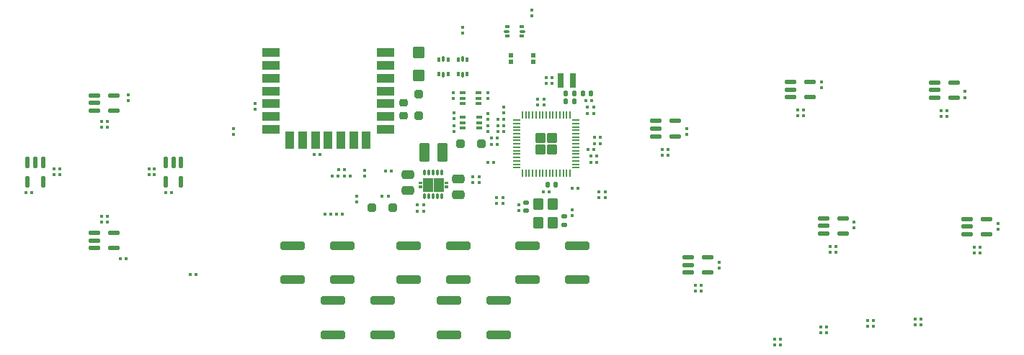
<source format=gbr>
%TF.GenerationSoftware,KiCad,Pcbnew,9.0.6-rc2*%
%TF.CreationDate,2025-11-20T00:57:41-08:00*%
%TF.ProjectId,LatteJr_Main_Board,4c617474-654a-4725-9f4d-61696e5f426f,rev?*%
%TF.SameCoordinates,Original*%
%TF.FileFunction,Paste,Top*%
%TF.FilePolarity,Positive*%
%FSLAX46Y46*%
G04 Gerber Fmt 4.6, Leading zero omitted, Abs format (unit mm)*
G04 Created by KiCad (PCBNEW 9.0.6-rc2) date 2025-11-20 00:57:41*
%MOMM*%
%LPD*%
G01*
G04 APERTURE LIST*
G04 Aperture macros list*
%AMRoundRect*
0 Rectangle with rounded corners*
0 $1 Rounding radius*
0 $2 $3 $4 $5 $6 $7 $8 $9 X,Y pos of 4 corners*
0 Add a 4 corners polygon primitive as box body*
4,1,4,$2,$3,$4,$5,$6,$7,$8,$9,$2,$3,0*
0 Add four circle primitives for the rounded corners*
1,1,$1+$1,$2,$3*
1,1,$1+$1,$4,$5*
1,1,$1+$1,$6,$7*
1,1,$1+$1,$8,$9*
0 Add four rect primitives between the rounded corners*
20,1,$1+$1,$2,$3,$4,$5,0*
20,1,$1+$1,$4,$5,$6,$7,0*
20,1,$1+$1,$6,$7,$8,$9,0*
20,1,$1+$1,$8,$9,$2,$3,0*%
%AMFreePoly0*
4,1,18,-0.437500,0.050000,-0.433694,0.069134,-0.422855,0.085355,-0.406634,0.096194,-0.387500,0.100000,0.387500,0.100000,0.437500,0.050000,0.437500,-0.050000,0.433694,-0.069134,0.422855,-0.085355,0.406634,-0.096194,0.387500,-0.100000,-0.387500,-0.100000,-0.406634,-0.096194,-0.422855,-0.085355,-0.433694,-0.069134,-0.437500,-0.050000,-0.437500,0.050000,-0.437500,0.050000,$1*%
%AMFreePoly1*
4,1,18,-0.437500,0.050000,-0.433694,0.069134,-0.422855,0.085355,-0.406634,0.096194,-0.387500,0.100000,0.387500,0.100000,0.406634,0.096194,0.422855,0.085355,0.433694,0.069134,0.437500,0.050000,0.437500,-0.050000,0.387500,-0.100000,-0.387500,-0.100000,-0.406634,-0.096194,-0.422855,-0.085355,-0.433694,-0.069134,-0.437500,-0.050000,-0.437500,0.050000,-0.437500,0.050000,$1*%
%AMFreePoly2*
4,1,18,-0.100000,0.387500,-0.050000,0.437500,0.050000,0.437500,0.069134,0.433694,0.085355,0.422855,0.096194,0.406634,0.100000,0.387500,0.100000,-0.387500,0.096194,-0.406634,0.085355,-0.422855,0.069134,-0.433694,0.050000,-0.437500,-0.050000,-0.437500,-0.069134,-0.433694,-0.085355,-0.422855,-0.096194,-0.406634,-0.100000,-0.387500,-0.100000,0.387500,-0.100000,0.387500,$1*%
%AMFreePoly3*
4,1,18,-0.100000,0.387500,-0.096194,0.406634,-0.085355,0.422855,-0.069134,0.433694,-0.050000,0.437500,0.050000,0.437500,0.100000,0.387500,0.100000,-0.387500,0.096194,-0.406634,0.085355,-0.422855,0.069134,-0.433694,0.050000,-0.437500,-0.050000,-0.437500,-0.069134,-0.433694,-0.085355,-0.422855,-0.096194,-0.406634,-0.100000,-0.387500,-0.100000,0.387500,-0.100000,0.387500,$1*%
%AMFreePoly4*
4,1,18,-0.437500,0.050000,-0.433694,0.069134,-0.422855,0.085355,-0.406634,0.096194,-0.387500,0.100000,0.387500,0.100000,0.406634,0.096194,0.422855,0.085355,0.433694,0.069134,0.437500,0.050000,0.437500,-0.050000,0.433694,-0.069134,0.422855,-0.085355,0.406634,-0.096194,0.387500,-0.100000,-0.387500,-0.100000,-0.437500,-0.050000,-0.437500,0.050000,-0.437500,0.050000,$1*%
%AMFreePoly5*
4,1,18,-0.437500,0.050000,-0.387500,0.100000,0.387500,0.100000,0.406634,0.096194,0.422855,0.085355,0.433694,0.069134,0.437500,0.050000,0.437500,-0.050000,0.433694,-0.069134,0.422855,-0.085355,0.406634,-0.096194,0.387500,-0.100000,-0.387500,-0.100000,-0.406634,-0.096194,-0.422855,-0.085355,-0.433694,-0.069134,-0.437500,-0.050000,-0.437500,0.050000,-0.437500,0.050000,$1*%
%AMFreePoly6*
4,1,18,-0.100000,0.387500,-0.096194,0.406634,-0.085355,0.422855,-0.069134,0.433694,-0.050000,0.437500,0.050000,0.437500,0.069134,0.433694,0.085355,0.422855,0.096194,0.406634,0.100000,0.387500,0.100000,-0.387500,0.050000,-0.437500,-0.050000,-0.437500,-0.069134,-0.433694,-0.085355,-0.422855,-0.096194,-0.406634,-0.100000,-0.387500,-0.100000,0.387500,-0.100000,0.387500,$1*%
%AMFreePoly7*
4,1,18,-0.100000,0.387500,-0.096194,0.406634,-0.085355,0.422855,-0.069134,0.433694,-0.050000,0.437500,0.050000,0.437500,0.069134,0.433694,0.085355,0.422855,0.096194,0.406634,0.100000,0.387500,0.100000,-0.387500,0.096194,-0.406634,0.085355,-0.422855,0.069134,-0.433694,0.050000,-0.437500,-0.050000,-0.437500,-0.100000,-0.387500,-0.100000,0.387500,-0.100000,0.387500,$1*%
G04 Aperture macros list end*
%ADD10C,0.010000*%
%ADD11RoundRect,0.137500X-0.137500X0.525000X-0.137500X-0.525000X0.137500X-0.525000X0.137500X0.525000X0*%
%ADD12RoundRect,0.093750X0.093750X-0.156250X0.093750X0.156250X-0.093750X0.156250X-0.093750X-0.156250X0*%
%ADD13RoundRect,0.075000X0.075000X-0.250000X0.075000X0.250000X-0.075000X0.250000X-0.075000X-0.250000X0*%
%ADD14R,0.370000X0.370000*%
%ADD15RoundRect,0.079500X0.100500X-0.079500X0.100500X0.079500X-0.100500X0.079500X-0.100500X-0.079500X0*%
%ADD16RoundRect,0.079500X-0.079500X-0.100500X0.079500X-0.100500X0.079500X0.100500X-0.079500X0.100500X0*%
%ADD17RoundRect,0.218750X-0.256250X0.218750X-0.256250X-0.218750X0.256250X-0.218750X0.256250X0.218750X0*%
%ADD18RoundRect,0.137500X-0.525000X-0.137500X0.525000X-0.137500X0.525000X0.137500X-0.525000X0.137500X0*%
%ADD19RoundRect,0.079500X-0.100500X0.079500X-0.100500X-0.079500X0.100500X-0.079500X0.100500X0.079500X0*%
%ADD20RoundRect,0.079500X0.079500X0.100500X-0.079500X0.100500X-0.079500X-0.100500X0.079500X-0.100500X0*%
%ADD21RoundRect,0.140000X-0.140000X-0.170000X0.140000X-0.170000X0.140000X0.170000X-0.140000X0.170000X0*%
%ADD22RoundRect,0.250000X-0.375000X-0.850000X0.375000X-0.850000X0.375000X0.850000X-0.375000X0.850000X0*%
%ADD23RoundRect,0.250000X0.445000X-0.457500X0.445000X0.457500X-0.445000X0.457500X-0.445000X-0.457500X0*%
%ADD24RoundRect,0.250000X0.250000X-0.250000X0.250000X0.250000X-0.250000X0.250000X-0.250000X-0.250000X0*%
%ADD25R,2.000000X1.000000*%
%ADD26R,1.000000X2.000000*%
%ADD27RoundRect,0.150000X1.250000X0.350000X-1.250000X0.350000X-1.250000X-0.350000X1.250000X-0.350000X0*%
%ADD28R,0.700000X1.700000*%
%ADD29R,0.550000X0.500000*%
%ADD30RoundRect,0.140000X0.140000X0.170000X-0.140000X0.170000X-0.140000X-0.170000X0.140000X-0.170000X0*%
%ADD31RoundRect,0.007200X-0.112800X0.292800X-0.112800X-0.292800X0.112800X-0.292800X0.112800X0.292800X0*%
%ADD32RoundRect,0.093750X0.156250X0.093750X-0.156250X0.093750X-0.156250X-0.093750X0.156250X-0.093750X0*%
%ADD33RoundRect,0.075000X0.250000X0.075000X-0.250000X0.075000X-0.250000X-0.075000X0.250000X-0.075000X0*%
%ADD34RoundRect,0.250000X-0.350000X0.450000X-0.350000X-0.450000X0.350000X-0.450000X0.350000X0.450000X0*%
%ADD35RoundRect,0.250000X-0.250000X-0.250000X0.250000X-0.250000X0.250000X0.250000X-0.250000X0.250000X0*%
%ADD36RoundRect,0.140000X-0.170000X0.140000X-0.170000X-0.140000X0.170000X-0.140000X0.170000X0.140000X0*%
%ADD37RoundRect,0.100000X0.225000X0.100000X-0.225000X0.100000X-0.225000X-0.100000X0.225000X-0.100000X0*%
%ADD38RoundRect,0.140000X0.170000X-0.140000X0.170000X0.140000X-0.170000X0.140000X-0.170000X-0.140000X0*%
%ADD39RoundRect,0.250000X0.475000X-0.250000X0.475000X0.250000X-0.475000X0.250000X-0.475000X-0.250000X0*%
%ADD40RoundRect,0.250000X-0.350000X-0.350000X0.350000X-0.350000X0.350000X0.350000X-0.350000X0.350000X0*%
%ADD41FreePoly0,0.000000*%
%ADD42RoundRect,0.050000X-0.387500X-0.050000X0.387500X-0.050000X0.387500X0.050000X-0.387500X0.050000X0*%
%ADD43FreePoly1,0.000000*%
%ADD44FreePoly2,0.000000*%
%ADD45RoundRect,0.050000X-0.050000X-0.387500X0.050000X-0.387500X0.050000X0.387500X-0.050000X0.387500X0*%
%ADD46FreePoly3,0.000000*%
%ADD47FreePoly4,0.000000*%
%ADD48FreePoly5,0.000000*%
%ADD49FreePoly6,0.000000*%
%ADD50FreePoly7,0.000000*%
G04 APERTURE END LIST*
D10*
%TO.C,U4*%
X86495399Y-45659610D02*
X86495399Y-45909610D01*
X86155399Y-45909610D01*
X86155399Y-45659609D01*
X86495399Y-45659610D01*
G36*
X86495399Y-45659610D02*
G01*
X86495399Y-45909610D01*
X86155399Y-45909610D01*
X86155399Y-45659609D01*
X86495399Y-45659610D01*
G37*
X86495399Y-46409610D02*
X86155399Y-46409611D01*
X86155399Y-46159610D01*
X86495399Y-46159610D01*
X86495399Y-46409610D01*
G36*
X86495399Y-46409610D02*
G01*
X86155399Y-46409611D01*
X86155399Y-46159610D01*
X86495399Y-46159610D01*
X86495399Y-46409610D01*
G37*
X87755399Y-46784610D02*
X86695399Y-46784610D01*
X86695399Y-45284610D01*
X87755399Y-45284610D01*
X87755399Y-46784610D01*
G36*
X87755399Y-46784610D02*
G01*
X86695399Y-46784610D01*
X86695399Y-45284610D01*
X87755399Y-45284610D01*
X87755399Y-46784610D01*
G37*
X89015399Y-46784610D02*
X87955399Y-46784610D01*
X87955399Y-45284610D01*
X89015399Y-45284610D01*
X89015399Y-46784610D01*
G36*
X89015399Y-46784610D02*
G01*
X87955399Y-46784610D01*
X87955399Y-45284610D01*
X89015399Y-45284610D01*
X89015399Y-46784610D01*
G37*
X89555399Y-45909610D02*
X89215399Y-45909610D01*
X89215399Y-45659610D01*
X89555399Y-45659609D01*
X89555399Y-45909610D01*
G36*
X89555399Y-45909610D02*
G01*
X89215399Y-45909610D01*
X89215399Y-45659610D01*
X89555399Y-45659609D01*
X89555399Y-45909610D01*
G37*
X89555399Y-46409611D02*
X89215399Y-46409610D01*
X89215399Y-46159610D01*
X89555399Y-46159610D01*
X89555399Y-46409611D01*
G36*
X89555399Y-46409611D02*
G01*
X89215399Y-46409610D01*
X89215399Y-46159610D01*
X89555399Y-46159610D01*
X89555399Y-46409611D01*
G37*
%TD*%
D11*
%TO.C,U12*%
X40225406Y-45660364D03*
X42025406Y-45660364D03*
X42025406Y-43385364D03*
X41125406Y-43385364D03*
X40225406Y-43385364D03*
%TD*%
%TO.C,U14*%
X56441185Y-45660364D03*
X58241185Y-45660364D03*
X58241185Y-43385364D03*
X57341185Y-43385364D03*
X56441185Y-43385364D03*
%TD*%
D12*
%TO.C,U7*%
X88514900Y-33006400D03*
D13*
X89052400Y-33081400D03*
D12*
X89589900Y-33006400D03*
X89589900Y-31306400D03*
D13*
X89052400Y-31231400D03*
D12*
X88514900Y-31306400D03*
%TD*%
D14*
%TO.C,RGB13*%
X138942305Y-62710883D03*
X139612305Y-62710883D03*
X139612305Y-62040883D03*
X138942305Y-62040883D03*
%TD*%
%TO.C,RGB14*%
X144522504Y-62569210D03*
X145192504Y-62569210D03*
X145192504Y-61899210D03*
X144522504Y-61899210D03*
%TD*%
D15*
%TO.C,R33*%
X94297098Y-35887098D03*
X94297098Y-35197098D03*
%TD*%
D16*
%TO.C,C15*%
X106004800Y-36906200D03*
X106694800Y-36906200D03*
%TD*%
D17*
%TO.C,L2*%
X84378800Y-36347299D03*
X84378800Y-37922301D03*
%TD*%
D18*
%TO.C,U11*%
X116280175Y-40344746D03*
X116280175Y-38544746D03*
X114005175Y-38544746D03*
X114005175Y-39444746D03*
X114005175Y-40344746D03*
%TD*%
D16*
%TO.C,R30*%
X86029899Y-48405210D03*
X86719899Y-48405210D03*
%TD*%
D19*
%TO.C,C17*%
X97891600Y-48372200D03*
X97891600Y-49062200D03*
%TD*%
D20*
%TO.C,C32*%
X51754600Y-54762400D03*
X51064600Y-54762400D03*
%TD*%
D21*
%TO.C,C1*%
X103465300Y-36220400D03*
X104425300Y-36220400D03*
%TD*%
D20*
%TO.C,R1*%
X106449300Y-36144200D03*
X105759300Y-36144200D03*
%TD*%
D18*
%TO.C,U16*%
X152899592Y-51862961D03*
X152899592Y-50062961D03*
X150624592Y-50062961D03*
X150624592Y-50962961D03*
X150624592Y-51862961D03*
%TD*%
D16*
%TO.C,R29*%
X75956600Y-45057400D03*
X76646600Y-45057400D03*
%TD*%
D15*
%TO.C,C12*%
X100152200Y-36641600D03*
X100152200Y-35951600D03*
%TD*%
%TO.C,C35*%
X154228800Y-51297400D03*
X154228800Y-50607400D03*
%TD*%
%TO.C,C28*%
X121437400Y-55844000D03*
X121437400Y-55154000D03*
%TD*%
D14*
%TO.C,RGB4*%
X54456185Y-44857864D03*
X55126185Y-44857864D03*
X55126185Y-44187864D03*
X54456185Y-44187864D03*
%TD*%
D21*
%TO.C,C2*%
X103465300Y-35306000D03*
X104425300Y-35306000D03*
%TD*%
D20*
%TO.C,R24*%
X78119800Y-45057399D03*
X77429800Y-45057399D03*
%TD*%
D22*
%TO.C,L3*%
X86798499Y-42233010D03*
X88948499Y-42233010D03*
%TD*%
D18*
%TO.C,U2*%
X136000737Y-51803183D03*
X136000737Y-50003183D03*
X133725737Y-50003183D03*
X133725737Y-50903183D03*
X133725737Y-51803183D03*
%TD*%
D14*
%TO.C,RGB3*%
X48898296Y-50415754D03*
X49568296Y-50415754D03*
X49568296Y-49745754D03*
X48898296Y-49745754D03*
%TD*%
D18*
%TO.C,U9*%
X120133166Y-56407211D03*
X120133166Y-54607211D03*
X117858166Y-54607211D03*
X117858166Y-55507211D03*
X117858166Y-56407211D03*
%TD*%
D23*
%TO.C,C24*%
X86131400Y-33178700D03*
X86131400Y-30473700D03*
%TD*%
D24*
%TO.C,D1*%
X86156800Y-37871400D03*
X86156800Y-35371402D03*
%TD*%
D20*
%TO.C,R10*%
X95391800Y-41300400D03*
X94701800Y-41300400D03*
%TD*%
D25*
%TO.C,P1*%
X68767000Y-30492400D03*
X68767000Y-31992400D03*
X68767000Y-33492400D03*
X68767000Y-34992400D03*
X68767000Y-36492400D03*
X68767000Y-37992400D03*
X68767000Y-39492400D03*
D26*
X71017000Y-40792400D03*
X72517000Y-40792400D03*
X74017000Y-40792400D03*
X75517000Y-40792400D03*
X77017000Y-40792400D03*
X78517000Y-40792400D03*
X80017000Y-40792400D03*
D25*
X82267000Y-39492400D03*
X82267000Y-37992400D03*
X82267000Y-36492400D03*
X82267000Y-34992400D03*
X82267000Y-33492400D03*
X82267000Y-31992400D03*
X82267000Y-30492400D03*
%TD*%
D20*
%TO.C,C20*%
X75808401Y-49532200D03*
X75118401Y-49532200D03*
%TD*%
D16*
%TO.C,R19*%
X106385800Y-43408600D03*
X107075800Y-43408600D03*
%TD*%
%TO.C,C33*%
X56398600Y-46990000D03*
X57088600Y-46990000D03*
%TD*%
D20*
%TO.C,C21*%
X77205400Y-49530000D03*
X76515400Y-49530000D03*
%TD*%
D27*
%TO.C,SW6*%
X90776272Y-57200886D03*
X84976272Y-57200886D03*
X90776272Y-53200886D03*
X84976272Y-53200886D03*
%TD*%
D18*
%TO.C,U13*%
X50370796Y-53530754D03*
X50370796Y-51730754D03*
X48095796Y-51730754D03*
X48095796Y-52630754D03*
X48095796Y-53530754D03*
%TD*%
D15*
%TO.C,R21*%
X64414400Y-40096000D03*
X64414400Y-39406000D03*
%TD*%
D14*
%TO.C,RGB7*%
X147574101Y-37985498D03*
X148244101Y-37985498D03*
X148244101Y-37315498D03*
X147574101Y-37315498D03*
%TD*%
D20*
%TO.C,R11*%
X59984200Y-56591200D03*
X59294200Y-56591200D03*
%TD*%
D15*
%TO.C,C30*%
X117678200Y-40121400D03*
X117678200Y-39431400D03*
%TD*%
D28*
%TO.C,L1*%
X102836300Y-33756600D03*
X104236300Y-33756600D03*
%TD*%
D29*
%TO.C,SW9*%
X96998400Y-30791200D03*
X96998400Y-31591200D03*
X99648400Y-30791200D03*
X99648400Y-31591200D03*
%TD*%
D15*
%TO.C,C29*%
X133451600Y-34609600D03*
X133451600Y-33919600D03*
%TD*%
D16*
%TO.C,R2*%
X100780900Y-46887200D03*
X101470900Y-46887200D03*
%TD*%
%TO.C,R18*%
X106385800Y-42672000D03*
X107075800Y-42672000D03*
%TD*%
D15*
%TO.C,C18*%
X137337800Y-51155200D03*
X137337800Y-50465200D03*
%TD*%
D30*
%TO.C,C6*%
X106381100Y-35280600D03*
X105421100Y-35280600D03*
%TD*%
D31*
%TO.C,U4*%
X88855399Y-44634610D03*
X88355399Y-44634610D03*
X87855399Y-44634611D03*
X87355399Y-44634610D03*
X86855399Y-44634610D03*
X86855399Y-47434610D03*
X87355399Y-47434610D03*
X87855399Y-47434609D03*
X88355399Y-47434610D03*
X88855399Y-47434610D03*
%TD*%
D27*
%TO.C,SW2*%
X104776272Y-57200886D03*
X98976272Y-57200886D03*
X104776272Y-53200886D03*
X98976272Y-53200886D03*
%TD*%
D14*
%TO.C,RGB9*%
X134528237Y-53988183D03*
X135198237Y-53988183D03*
X135198237Y-53318183D03*
X134528237Y-53318183D03*
%TD*%
D19*
%TO.C,R5*%
X78867000Y-47407000D03*
X78867000Y-48097000D03*
%TD*%
D15*
%TO.C,C34*%
X150368000Y-35752600D03*
X150368000Y-35062600D03*
%TD*%
%TO.C,R34*%
X90273699Y-38285101D03*
X90273699Y-37595101D03*
%TD*%
D18*
%TO.C,U3*%
X48095796Y-37314975D03*
X48095796Y-36414975D03*
X48095796Y-35514975D03*
X50370796Y-35514975D03*
X50370796Y-37314975D03*
%TD*%
D14*
%TO.C,RGB6*%
X130675247Y-37925718D03*
X131345247Y-37925718D03*
X131345247Y-37255718D03*
X130675247Y-37255718D03*
%TD*%
D16*
%TO.C,C14*%
X106004800Y-37642800D03*
X106694800Y-37642800D03*
%TD*%
D20*
%TO.C,R22*%
X96185400Y-39065200D03*
X95495400Y-39065200D03*
%TD*%
D27*
%TO.C,SW5*%
X77151271Y-57200886D03*
X71351271Y-57200886D03*
X77151271Y-53200886D03*
X71351271Y-53200886D03*
%TD*%
D16*
%TO.C,C26*%
X86029899Y-49167210D03*
X86719899Y-49167210D03*
%TD*%
%TO.C,C22*%
X82233601Y-44453200D03*
X82923601Y-44453200D03*
%TD*%
D32*
%TO.C,U6*%
X98259000Y-28502000D03*
D33*
X98334000Y-27964500D03*
D32*
X98259000Y-27427000D03*
X96559000Y-27427000D03*
D33*
X96484000Y-27964500D03*
D32*
X96559000Y-28502000D03*
%TD*%
D15*
%TO.C,R31*%
X94312298Y-38335900D03*
X94312298Y-37645900D03*
%TD*%
D34*
%TO.C,Y1*%
X100174300Y-48301800D03*
X100174300Y-50501800D03*
X101874300Y-50501800D03*
X101874300Y-48301800D03*
%TD*%
D35*
%TO.C,D3*%
X91053600Y-41198800D03*
X93553600Y-41198800D03*
%TD*%
D20*
%TO.C,C9*%
X94934600Y-43408600D03*
X94244600Y-43408600D03*
%TD*%
D19*
%TO.C,R17*%
X108077000Y-46883800D03*
X108077000Y-47573800D03*
%TD*%
%TO.C,R6*%
X101151300Y-33386200D03*
X101151300Y-34076200D03*
%TD*%
D14*
%TO.C,RGB11*%
X128019171Y-64924156D03*
X128689171Y-64924156D03*
X128689171Y-64254156D03*
X128019171Y-64254156D03*
%TD*%
D36*
%TO.C,C3*%
X98763700Y-48116800D03*
X98763700Y-49076800D03*
%TD*%
D27*
%TO.C,SW8*%
X95526272Y-63700886D03*
X89726272Y-63700886D03*
X95526272Y-59700886D03*
X89726272Y-59700886D03*
%TD*%
D16*
%TO.C,C31*%
X39990200Y-46990000D03*
X40680200Y-46990000D03*
%TD*%
D19*
%TO.C,R15*%
X95275400Y-47559400D03*
X95275400Y-48249400D03*
%TD*%
D15*
%TO.C,C13*%
X100914200Y-36641600D03*
X100914200Y-35951600D03*
%TD*%
D14*
%TO.C,RGB10*%
X118660666Y-58592211D03*
X119330666Y-58592211D03*
X119330666Y-57922211D03*
X118660666Y-57922211D03*
%TD*%
D19*
%TO.C,R4*%
X79832200Y-44359000D03*
X79832200Y-45049000D03*
%TD*%
D20*
%TO.C,R9*%
X96185400Y-38354000D03*
X95495400Y-38354000D03*
%TD*%
D16*
%TO.C,C16*%
X104176000Y-46431200D03*
X104866000Y-46431200D03*
%TD*%
D21*
%TO.C,C7*%
X101297800Y-45999400D03*
X102257800Y-45999400D03*
%TD*%
D27*
%TO.C,SW7*%
X81901273Y-63700886D03*
X76101273Y-63700886D03*
X81901273Y-59700886D03*
X76101273Y-59700886D03*
%TD*%
D15*
%TO.C,R37*%
X91338400Y-28208800D03*
X91338400Y-27518800D03*
%TD*%
D12*
%TO.C,U8*%
X90775500Y-33006400D03*
D13*
X91313000Y-33081400D03*
D12*
X91850500Y-33006400D03*
X91850500Y-31306400D03*
D13*
X91313000Y-31231400D03*
D12*
X90775500Y-31306400D03*
%TD*%
D19*
%TO.C,R35*%
X90273699Y-39068300D03*
X90273699Y-39758300D03*
%TD*%
D16*
%TO.C,R27*%
X81878000Y-47399600D03*
X82568000Y-47399600D03*
%TD*%
D15*
%TO.C,C19*%
X52019200Y-36133600D03*
X52019200Y-35443600D03*
%TD*%
D18*
%TO.C,U15*%
X149046601Y-35800498D03*
X149046601Y-34000498D03*
X146771601Y-34000498D03*
X146771601Y-34900498D03*
X146771601Y-35800498D03*
%TD*%
D20*
%TO.C,R23*%
X96185400Y-39776400D03*
X95495400Y-39776400D03*
%TD*%
D37*
%TO.C,Q1*%
X93230298Y-39377500D03*
X93230297Y-38727500D03*
X93230298Y-38077500D03*
X91330298Y-38077500D03*
X91330299Y-38727500D03*
X91330298Y-39377500D03*
%TD*%
D19*
%TO.C,R3*%
X104165400Y-49007200D03*
X104165400Y-49697200D03*
%TD*%
D14*
%TO.C,RGB2*%
X43340406Y-44857864D03*
X44010406Y-44857864D03*
X44010406Y-44187864D03*
X43340406Y-44187864D03*
%TD*%
D38*
%TO.C,C4*%
X103284900Y-50746600D03*
X103284900Y-49786600D03*
%TD*%
D19*
%TO.C,R38*%
X99466400Y-25436000D03*
X99466400Y-26126000D03*
%TD*%
D18*
%TO.C,U10*%
X132147747Y-35740718D03*
X132147747Y-33940718D03*
X129872747Y-33940718D03*
X129872747Y-34840718D03*
X129872747Y-35740718D03*
%TD*%
D16*
%TO.C,R26*%
X73873800Y-42519600D03*
X74563800Y-42519600D03*
%TD*%
%TO.C,R20*%
X106030200Y-41910000D03*
X106720200Y-41910000D03*
%TD*%
D14*
%TO.C,RGB8*%
X151427092Y-54047961D03*
X152097092Y-54047961D03*
X152097092Y-53377961D03*
X151427092Y-53377961D03*
%TD*%
D37*
%TO.C,Q2*%
X93225298Y-36511898D03*
X93225297Y-35861898D03*
X93225298Y-35211898D03*
X91325298Y-35211898D03*
X91325299Y-35861898D03*
X91325298Y-36511898D03*
%TD*%
D16*
%TO.C,C10*%
X106802800Y-41173400D03*
X107492800Y-41173400D03*
%TD*%
D35*
%TO.C,D4*%
X80622800Y-48771200D03*
X83122798Y-48771200D03*
%TD*%
D15*
%TO.C,C11*%
X96113600Y-37556000D03*
X96113600Y-36866000D03*
%TD*%
D19*
%TO.C,R16*%
X107315000Y-46899000D03*
X107315000Y-47589000D03*
%TD*%
D14*
%TO.C,RGB12*%
X133416283Y-63499420D03*
X134086283Y-63499420D03*
X134086283Y-62829420D03*
X133416283Y-62829420D03*
%TD*%
%TO.C,RGB5*%
X114807675Y-42529746D03*
X115477675Y-42529746D03*
X115477675Y-41859746D03*
X114807675Y-41859746D03*
%TD*%
D39*
%TO.C,C25*%
X84876299Y-46739009D03*
X84876299Y-44839011D03*
%TD*%
D19*
%TO.C,R7*%
X101862500Y-33386200D03*
X101862500Y-34076200D03*
%TD*%
D39*
%TO.C,C27*%
X90845299Y-47221609D03*
X90845299Y-45321611D03*
%TD*%
D20*
%TO.C,C8*%
X95391800Y-40538400D03*
X94701800Y-40538400D03*
%TD*%
D19*
%TO.C,R12*%
X93268800Y-45095600D03*
X93268800Y-45785600D03*
%TD*%
D14*
%TO.C,RGB1*%
X48898296Y-39299975D03*
X49568296Y-39299975D03*
X49568296Y-38629975D03*
X48898296Y-38629975D03*
%TD*%
D16*
%TO.C,C5*%
X106792200Y-40411400D03*
X107482200Y-40411400D03*
%TD*%
D19*
%TO.C,R14*%
X96037400Y-47559400D03*
X96037400Y-48249400D03*
%TD*%
%TO.C,R32*%
X94312298Y-39103900D03*
X94312298Y-39793900D03*
%TD*%
%TO.C,R13*%
X92506800Y-45095600D03*
X92506800Y-45785600D03*
%TD*%
D40*
%TO.C,U1*%
X100442800Y-40530800D03*
X100442800Y-41930800D03*
X101842800Y-40530800D03*
X101842800Y-41930800D03*
D41*
X97705300Y-38430800D03*
D42*
X97705300Y-38830800D03*
X97705300Y-39230800D03*
X97705300Y-39630800D03*
X97705300Y-40030800D03*
X97705300Y-40430800D03*
X97705300Y-40830800D03*
X97705300Y-41230800D03*
X97705300Y-41630800D03*
X97705300Y-42030800D03*
X97705300Y-42430800D03*
X97705300Y-42830800D03*
X97705300Y-43230800D03*
X97705300Y-43630800D03*
D43*
X97705300Y-44030800D03*
D44*
X98342800Y-44668300D03*
D45*
X98742800Y-44668300D03*
X99142800Y-44668300D03*
X99542800Y-44668300D03*
X99942800Y-44668300D03*
X100342800Y-44668300D03*
X100742800Y-44668300D03*
X101142800Y-44668300D03*
X101542800Y-44668300D03*
X101942800Y-44668300D03*
X102342800Y-44668300D03*
X102742800Y-44668300D03*
X103142800Y-44668300D03*
X103542800Y-44668300D03*
D46*
X103942800Y-44668300D03*
D47*
X104580300Y-44030800D03*
D42*
X104580300Y-43630800D03*
X104580300Y-43230800D03*
X104580300Y-42830800D03*
X104580300Y-42430800D03*
X104580300Y-42030800D03*
X104580300Y-41630800D03*
X104580300Y-41230800D03*
X104580300Y-40830800D03*
X104580300Y-40430800D03*
X104580300Y-40030800D03*
X104580300Y-39630800D03*
X104580300Y-39230800D03*
X104580300Y-38830800D03*
D48*
X104580300Y-38430800D03*
D49*
X103942800Y-37793300D03*
D45*
X103542800Y-37793300D03*
X103142800Y-37793300D03*
X102742800Y-37793300D03*
X102342800Y-37793300D03*
X101942800Y-37793300D03*
X101542800Y-37793300D03*
X101142800Y-37793300D03*
X100742800Y-37793300D03*
X100342800Y-37793300D03*
X99942800Y-37793300D03*
X99542800Y-37793300D03*
X99142800Y-37793300D03*
X98742800Y-37793300D03*
D50*
X98342800Y-37793300D03*
%TD*%
D16*
%TO.C,R25*%
X76718600Y-44295400D03*
X77408600Y-44295400D03*
%TD*%
D19*
%TO.C,R28*%
X66979800Y-36469800D03*
X66979800Y-37159800D03*
%TD*%
D15*
%TO.C,R36*%
X90258498Y-35887099D03*
X90258498Y-35197099D03*
%TD*%
M02*

</source>
